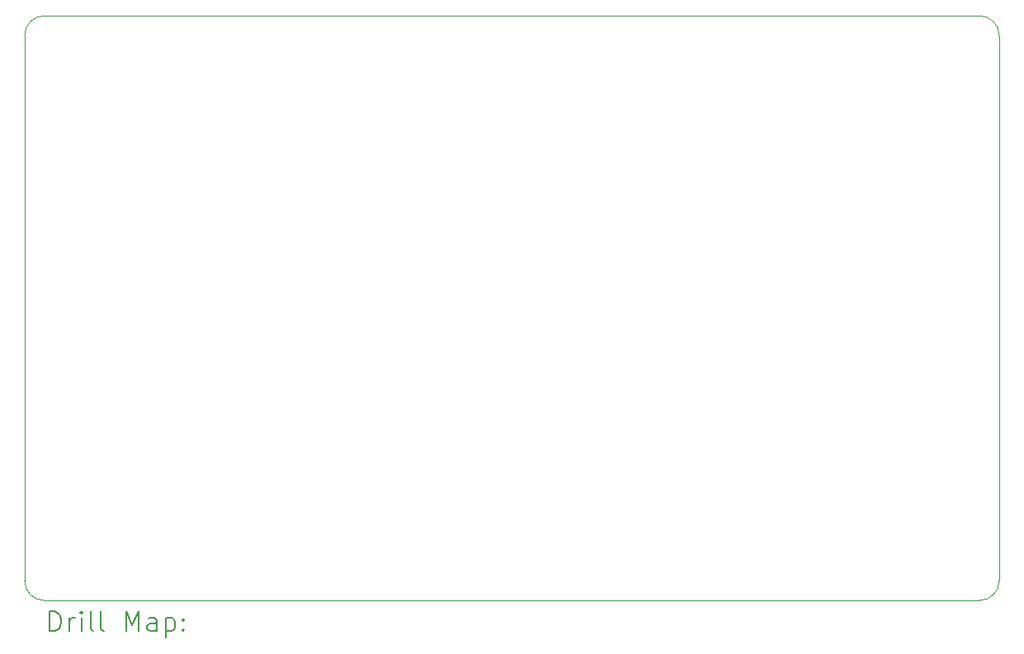
<source format=gbr>
%TF.GenerationSoftware,KiCad,Pcbnew,8.0.2*%
%TF.CreationDate,2024-06-09T17:22:21+08:00*%
%TF.ProjectId,MW_Buck_Boost_PB,4d575f42-7563-46b5-9f42-6f6f73745f50,rev?*%
%TF.SameCoordinates,Original*%
%TF.FileFunction,Drillmap*%
%TF.FilePolarity,Positive*%
%FSLAX45Y45*%
G04 Gerber Fmt 4.5, Leading zero omitted, Abs format (unit mm)*
G04 Created by KiCad (PCBNEW 8.0.2) date 2024-06-09 17:22:21*
%MOMM*%
%LPD*%
G01*
G04 APERTURE LIST*
%ADD10C,0.050000*%
%ADD11C,0.200000*%
G04 APERTURE END LIST*
D10*
X17075000Y-7027500D02*
X17075000Y-12627500D01*
X16875000Y-6827500D02*
G75*
G02*
X17075000Y-7027500I0J-200000D01*
G01*
X17075000Y-12627500D02*
G75*
G02*
X16875000Y-12827500I-200000J0D01*
G01*
X7275000Y-6827500D02*
X16875000Y-6827500D01*
X7075000Y-7027500D02*
G75*
G02*
X7275000Y-6827500I200000J0D01*
G01*
X7075000Y-12627500D02*
X7075000Y-7027500D01*
X7275000Y-12827500D02*
X16875000Y-12827500D01*
X7275000Y-12827500D02*
G75*
G02*
X7075000Y-12627500I0J200000D01*
G01*
D11*
X7333277Y-13141484D02*
X7333277Y-12941484D01*
X7333277Y-12941484D02*
X7380896Y-12941484D01*
X7380896Y-12941484D02*
X7409467Y-12951008D01*
X7409467Y-12951008D02*
X7428515Y-12970055D01*
X7428515Y-12970055D02*
X7438039Y-12989103D01*
X7438039Y-12989103D02*
X7447562Y-13027198D01*
X7447562Y-13027198D02*
X7447562Y-13055769D01*
X7447562Y-13055769D02*
X7438039Y-13093865D01*
X7438039Y-13093865D02*
X7428515Y-13112912D01*
X7428515Y-13112912D02*
X7409467Y-13131960D01*
X7409467Y-13131960D02*
X7380896Y-13141484D01*
X7380896Y-13141484D02*
X7333277Y-13141484D01*
X7533277Y-13141484D02*
X7533277Y-13008150D01*
X7533277Y-13046246D02*
X7542801Y-13027198D01*
X7542801Y-13027198D02*
X7552324Y-13017674D01*
X7552324Y-13017674D02*
X7571372Y-13008150D01*
X7571372Y-13008150D02*
X7590420Y-13008150D01*
X7657086Y-13141484D02*
X7657086Y-13008150D01*
X7657086Y-12941484D02*
X7647562Y-12951008D01*
X7647562Y-12951008D02*
X7657086Y-12960531D01*
X7657086Y-12960531D02*
X7666610Y-12951008D01*
X7666610Y-12951008D02*
X7657086Y-12941484D01*
X7657086Y-12941484D02*
X7657086Y-12960531D01*
X7780896Y-13141484D02*
X7761848Y-13131960D01*
X7761848Y-13131960D02*
X7752324Y-13112912D01*
X7752324Y-13112912D02*
X7752324Y-12941484D01*
X7885658Y-13141484D02*
X7866610Y-13131960D01*
X7866610Y-13131960D02*
X7857086Y-13112912D01*
X7857086Y-13112912D02*
X7857086Y-12941484D01*
X8114229Y-13141484D02*
X8114229Y-12941484D01*
X8114229Y-12941484D02*
X8180896Y-13084341D01*
X8180896Y-13084341D02*
X8247562Y-12941484D01*
X8247562Y-12941484D02*
X8247562Y-13141484D01*
X8428515Y-13141484D02*
X8428515Y-13036722D01*
X8428515Y-13036722D02*
X8418991Y-13017674D01*
X8418991Y-13017674D02*
X8399944Y-13008150D01*
X8399944Y-13008150D02*
X8361848Y-13008150D01*
X8361848Y-13008150D02*
X8342801Y-13017674D01*
X8428515Y-13131960D02*
X8409467Y-13141484D01*
X8409467Y-13141484D02*
X8361848Y-13141484D01*
X8361848Y-13141484D02*
X8342801Y-13131960D01*
X8342801Y-13131960D02*
X8333277Y-13112912D01*
X8333277Y-13112912D02*
X8333277Y-13093865D01*
X8333277Y-13093865D02*
X8342801Y-13074817D01*
X8342801Y-13074817D02*
X8361848Y-13065293D01*
X8361848Y-13065293D02*
X8409467Y-13065293D01*
X8409467Y-13065293D02*
X8428515Y-13055769D01*
X8523753Y-13008150D02*
X8523753Y-13208150D01*
X8523753Y-13017674D02*
X8542801Y-13008150D01*
X8542801Y-13008150D02*
X8580896Y-13008150D01*
X8580896Y-13008150D02*
X8599944Y-13017674D01*
X8599944Y-13017674D02*
X8609467Y-13027198D01*
X8609467Y-13027198D02*
X8618991Y-13046246D01*
X8618991Y-13046246D02*
X8618991Y-13103388D01*
X8618991Y-13103388D02*
X8609467Y-13122436D01*
X8609467Y-13122436D02*
X8599944Y-13131960D01*
X8599944Y-13131960D02*
X8580896Y-13141484D01*
X8580896Y-13141484D02*
X8542801Y-13141484D01*
X8542801Y-13141484D02*
X8523753Y-13131960D01*
X8704705Y-13122436D02*
X8714229Y-13131960D01*
X8714229Y-13131960D02*
X8704705Y-13141484D01*
X8704705Y-13141484D02*
X8695182Y-13131960D01*
X8695182Y-13131960D02*
X8704705Y-13122436D01*
X8704705Y-13122436D02*
X8704705Y-13141484D01*
X8704705Y-13017674D02*
X8714229Y-13027198D01*
X8714229Y-13027198D02*
X8704705Y-13036722D01*
X8704705Y-13036722D02*
X8695182Y-13027198D01*
X8695182Y-13027198D02*
X8704705Y-13017674D01*
X8704705Y-13017674D02*
X8704705Y-13036722D01*
M02*

</source>
